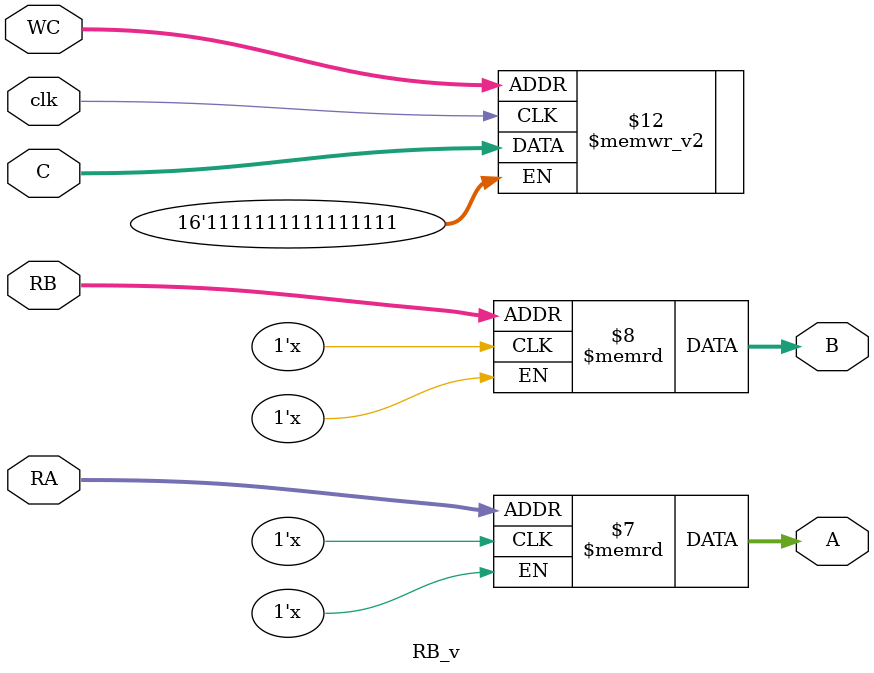
<source format=v>
module RB_v (input clk, 
				 input [5:0] WC, 
				 input [5:0] RA, 
				 input [4:0] RB, 
				 input [15:0] C,
				 output reg [15:0] A, 
				 output reg [15:0] B);
	reg [15:0] R [0:34]; //GPR+IO+W+AUX
//	integer i;
//	initial begin
//		for(i = 0; i < 35; i = i + 1) begin
//			R[i] = 0;
//		end
//	end
//	always@ (posedge clk) begin ///
//		R[WC] <= C;
//		A <= R[RA];
//		B <= R[RB];
//	end
	always@ (posedge clk) begin ///
		R[WC] <= C;
	end
	always@ (RA or RB) begin ///
		A <= R[RA];
		B <= R[RB];
	end
endmodule
</source>
